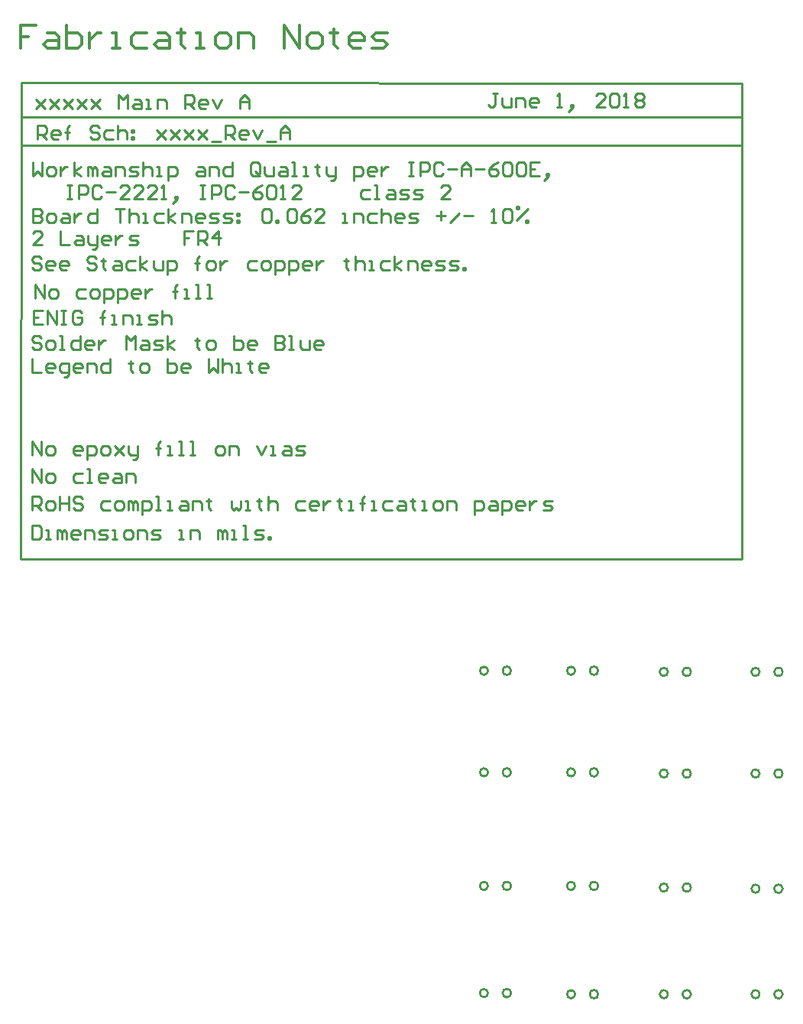
<source format=gm1>
G04*
G04 #@! TF.GenerationSoftware,Altium Limited,Altium Designer,21.5.1 (32)*
G04*
G04 Layer_Color=16711935*
%FSLAX25Y25*%
%MOIN*%
G70*
G04*
G04 #@! TF.SameCoordinates,804D03E9-ECC6-49F7-9CEA-4D12CAEBA4D3*
G04*
G04*
G04 #@! TF.FilePolarity,Positive*
G04*
G01*
G75*
%ADD10C,0.00984*%
%ADD18C,0.01000*%
%ADD19C,0.01200*%
D10*
X5398Y424473D02*
X319098D01*
X5298Y439324D02*
X319598Y439184D01*
X4911Y231724D02*
X319598D01*
X4911D02*
X5298Y439324D01*
X319598Y231724D02*
Y439184D01*
X5498Y412124D02*
X319498D01*
D18*
X327449Y42000D02*
G03*
X327449Y42000I-1772J0D01*
G01*
X337521D02*
G03*
X337521Y42000I-1844J0D01*
G01*
X208949Y183000D02*
G03*
X208949Y183000I-1772J0D01*
G01*
X219021D02*
G03*
X219021Y183000I-1844J0D01*
G01*
X246949D02*
G03*
X246949Y183000I-1772J0D01*
G01*
X257021D02*
G03*
X257021Y183000I-1844J0D01*
G01*
X287449Y182500D02*
G03*
X287449Y182500I-1772J0D01*
G01*
X297521D02*
G03*
X297521Y182500I-1844J0D01*
G01*
X327449D02*
G03*
X327449Y182500I-1772J0D01*
G01*
X337521D02*
G03*
X337521Y182500I-1844J0D01*
G01*
X208949Y138706D02*
G03*
X208949Y138706I-1772J0D01*
G01*
X219021D02*
G03*
X219021Y138706I-1844J0D01*
G01*
X246949D02*
G03*
X246949Y138706I-1772J0D01*
G01*
X257021D02*
G03*
X257021Y138706I-1844J0D01*
G01*
X287449Y138206D02*
G03*
X287449Y138206I-1772J0D01*
G01*
X297521D02*
G03*
X297521Y138206I-1844J0D01*
G01*
X327449D02*
G03*
X327449Y138206I-1772J0D01*
G01*
X337521D02*
G03*
X337521Y138206I-1844J0D01*
G01*
X208949Y89205D02*
G03*
X208949Y89205I-1772J0D01*
G01*
X219021D02*
G03*
X219021Y89205I-1844J0D01*
G01*
X246949D02*
G03*
X246949Y89205I-1772J0D01*
G01*
X257021D02*
G03*
X257021Y89205I-1844J0D01*
G01*
X287449Y88500D02*
G03*
X287449Y88500I-1772J0D01*
G01*
X297521D02*
G03*
X297521Y88500I-1844J0D01*
G01*
X327449Y88000D02*
G03*
X327449Y88000I-1772J0D01*
G01*
X337521D02*
G03*
X337521Y88000I-1844J0D01*
G01*
X208949Y42500D02*
G03*
X208949Y42500I-1772J0D01*
G01*
X219021D02*
G03*
X219021Y42500I-1844J0D01*
G01*
X246949Y42000D02*
G03*
X246949Y42000I-1772J0D01*
G01*
X257021D02*
G03*
X257021Y42000I-1844J0D01*
G01*
X287449D02*
G03*
X287449Y42000I-1772J0D01*
G01*
X297521D02*
G03*
X297521Y42000I-1844J0D01*
G01*
X11298Y345424D02*
Y351422D01*
X15296Y345424D01*
Y351422D01*
X18295Y345424D02*
X20295D01*
X21294Y346424D01*
Y348423D01*
X20295Y349423D01*
X18295D01*
X17296Y348423D01*
Y346424D01*
X18295Y345424D01*
X33290Y349423D02*
X30292D01*
X29292Y348423D01*
Y346424D01*
X30292Y345424D01*
X33290D01*
X36290D02*
X38289D01*
X39288Y346424D01*
Y348423D01*
X38289Y349423D01*
X36290D01*
X35290Y348423D01*
Y346424D01*
X36290Y345424D01*
X41288Y343425D02*
Y349423D01*
X44287D01*
X45287Y348423D01*
Y346424D01*
X44287Y345424D01*
X41288D01*
X47286Y343425D02*
Y349423D01*
X50285D01*
X51285Y348423D01*
Y346424D01*
X50285Y345424D01*
X47286D01*
X56283D02*
X54284D01*
X53284Y346424D01*
Y348423D01*
X54284Y349423D01*
X56283D01*
X57283Y348423D01*
Y347424D01*
X53284D01*
X59282Y349423D02*
Y345424D01*
Y347424D01*
X60282Y348423D01*
X61281Y349423D01*
X62281D01*
X72278Y345424D02*
Y350423D01*
Y348423D01*
X71278D01*
X73277D01*
X72278D01*
Y350423D01*
X73277Y351422D01*
X76277Y345424D02*
X78276D01*
X77276D01*
Y349423D01*
X76277D01*
X81275Y345424D02*
X83274D01*
X82275D01*
Y351422D01*
X81275D01*
X86273Y345424D02*
X88273D01*
X87273D01*
Y351422D01*
X86273D01*
X12408Y414853D02*
Y420851D01*
X15407D01*
X16407Y419851D01*
Y417852D01*
X15407Y416852D01*
X12408D01*
X14407D02*
X16407Y414853D01*
X21405D02*
X19406D01*
X18406Y415852D01*
Y417852D01*
X19406Y418851D01*
X21405D01*
X22405Y417852D01*
Y416852D01*
X18406D01*
X25404Y414853D02*
Y419851D01*
Y417852D01*
X24404D01*
X26403D01*
X25404D01*
Y419851D01*
X26403Y420851D01*
X39399Y419851D02*
X38399Y420851D01*
X36400D01*
X35400Y419851D01*
Y418851D01*
X36400Y417852D01*
X38399D01*
X39399Y416852D01*
Y415852D01*
X38399Y414853D01*
X36400D01*
X35400Y415852D01*
X45397Y418851D02*
X42398D01*
X41399Y417852D01*
Y415852D01*
X42398Y414853D01*
X45397D01*
X47396Y420851D02*
Y414853D01*
Y417852D01*
X48396Y418851D01*
X50396D01*
X51395Y417852D01*
Y414853D01*
X53395Y418851D02*
X54394D01*
Y417852D01*
X53395D01*
Y418851D01*
Y415852D02*
X54394D01*
Y414853D01*
X53395D01*
Y415852D01*
X64391Y418851D02*
X68390Y414853D01*
X66390Y416852D01*
X68390Y418851D01*
X64391Y414853D01*
X70389Y418851D02*
X74388Y414853D01*
X72388Y416852D01*
X74388Y418851D01*
X70389Y414853D01*
X76387Y418851D02*
X80386Y414853D01*
X78386Y416852D01*
X80386Y418851D01*
X76387Y414853D01*
X82385Y418851D02*
X86384Y414853D01*
X84385Y416852D01*
X86384Y418851D01*
X82385Y414853D01*
X88383Y413853D02*
X92382D01*
X94381Y414853D02*
Y420851D01*
X97380D01*
X98380Y419851D01*
Y417852D01*
X97380Y416852D01*
X94381D01*
X96381D02*
X98380Y414853D01*
X103378D02*
X101379D01*
X100379Y415852D01*
Y417852D01*
X101379Y418851D01*
X103378D01*
X104378Y417852D01*
Y416852D01*
X100379D01*
X106377Y418851D02*
X108377Y414853D01*
X110376Y418851D01*
X112375Y413853D02*
X116374D01*
X118374Y414853D02*
Y418851D01*
X120373Y420851D01*
X122372Y418851D01*
Y414853D01*
Y417852D01*
X118374D01*
X14496Y368824D02*
X10498D01*
X14496Y372823D01*
Y373823D01*
X13497Y374822D01*
X11497D01*
X10498Y373823D01*
X22494Y374822D02*
Y368824D01*
X26492D01*
X29491Y372823D02*
X31491D01*
X32491Y371823D01*
Y368824D01*
X29491D01*
X28492Y369824D01*
X29491Y370824D01*
X32491D01*
X34490Y372823D02*
Y369824D01*
X35489Y368824D01*
X38489D01*
Y367825D01*
X37489Y366825D01*
X36489D01*
X38489Y368824D02*
Y372823D01*
X43487Y368824D02*
X41488D01*
X40488Y369824D01*
Y371823D01*
X41488Y372823D01*
X43487D01*
X44487Y371823D01*
Y370824D01*
X40488D01*
X46486Y372823D02*
Y368824D01*
Y370824D01*
X47486Y371823D01*
X48485Y372823D01*
X49485D01*
X52484Y368824D02*
X55483D01*
X56483Y369824D01*
X55483Y370824D01*
X53484D01*
X52484Y371823D01*
X53484Y372823D01*
X56483D01*
X80475Y374822D02*
X76476D01*
Y371823D01*
X78476D01*
X76476D01*
Y368824D01*
X82474D02*
Y374822D01*
X85473D01*
X86473Y373823D01*
Y371823D01*
X85473Y370824D01*
X82474D01*
X84474D02*
X86473Y368824D01*
X91471D02*
Y374822D01*
X88472Y371823D01*
X92471D01*
X25398Y394722D02*
X27397D01*
X26397D01*
Y388724D01*
X25398D01*
X27397D01*
X30396D02*
Y394722D01*
X33395D01*
X34395Y393723D01*
Y391723D01*
X33395Y390724D01*
X30396D01*
X40393Y393723D02*
X39393Y394722D01*
X37394D01*
X36394Y393723D01*
Y389724D01*
X37394Y388724D01*
X39393D01*
X40393Y389724D01*
X42392Y391723D02*
X46391D01*
X52389Y388724D02*
X48390D01*
X52389Y392723D01*
Y393723D01*
X51389Y394722D01*
X49390D01*
X48390Y393723D01*
X58387Y388724D02*
X54388D01*
X58387Y392723D01*
Y393723D01*
X57387Y394722D01*
X55388D01*
X54388Y393723D01*
X64385Y388724D02*
X60386D01*
X64385Y392723D01*
Y393723D01*
X63385Y394722D01*
X61386D01*
X60386Y393723D01*
X66384Y388724D02*
X68384D01*
X67384D01*
Y394722D01*
X66384Y393723D01*
X72382Y387725D02*
X73382Y388724D01*
Y389724D01*
X72382D01*
Y388724D01*
X73382D01*
X72382Y387725D01*
X71383Y386725D01*
X83379Y394722D02*
X85378D01*
X84378D01*
Y388724D01*
X83379D01*
X85378D01*
X88377D02*
Y394722D01*
X91376D01*
X92376Y393723D01*
Y391723D01*
X91376Y390724D01*
X88377D01*
X98374Y393723D02*
X97374Y394722D01*
X95375D01*
X94375Y393723D01*
Y389724D01*
X95375Y388724D01*
X97374D01*
X98374Y389724D01*
X100373Y391723D02*
X104372D01*
X110370Y394722D02*
X108371Y393723D01*
X106371Y391723D01*
Y389724D01*
X107371Y388724D01*
X109370D01*
X110370Y389724D01*
Y390724D01*
X109370Y391723D01*
X106371D01*
X112370Y393723D02*
X113369Y394722D01*
X115368D01*
X116368Y393723D01*
Y389724D01*
X115368Y388724D01*
X113369D01*
X112370Y389724D01*
Y393723D01*
X118368Y388724D02*
X120367D01*
X119367D01*
Y394722D01*
X118368Y393723D01*
X127365Y388724D02*
X123366D01*
X127365Y392723D01*
Y393723D01*
X126365Y394722D01*
X124366D01*
X123366Y393723D01*
X157355Y392723D02*
X154356D01*
X153356Y391723D01*
Y389724D01*
X154356Y388724D01*
X157355D01*
X159354D02*
X161354D01*
X160354D01*
Y394722D01*
X159354D01*
X165352Y392723D02*
X167352D01*
X168351Y391723D01*
Y388724D01*
X165352D01*
X164353Y389724D01*
X165352Y390724D01*
X168351D01*
X170351Y388724D02*
X173350D01*
X174349Y389724D01*
X173350Y390724D01*
X171350D01*
X170351Y391723D01*
X171350Y392723D01*
X174349D01*
X176349Y388724D02*
X179348D01*
X180348Y389724D01*
X179348Y390724D01*
X177348D01*
X176349Y391723D01*
X177348Y392723D01*
X180348D01*
X192344Y388724D02*
X188345D01*
X192344Y392723D01*
Y393723D01*
X191344Y394722D01*
X189345D01*
X188345Y393723D01*
X14796Y340122D02*
X10798D01*
Y334124D01*
X14796D01*
X10798Y337123D02*
X12797D01*
X16796Y334124D02*
Y340122D01*
X20794Y334124D01*
Y340122D01*
X22794D02*
X24793D01*
X23793D01*
Y334124D01*
X22794D01*
X24793D01*
X31791Y339123D02*
X30791Y340122D01*
X28792D01*
X27792Y339123D01*
Y335124D01*
X28792Y334124D01*
X30791D01*
X31791Y335124D01*
Y337123D01*
X29791D01*
X40788Y334124D02*
Y339123D01*
Y337123D01*
X39788D01*
X41788D01*
X40788D01*
Y339123D01*
X41788Y340122D01*
X44787Y334124D02*
X46786D01*
X45786D01*
Y338123D01*
X44787D01*
X49785Y334124D02*
Y338123D01*
X52784D01*
X53784Y337123D01*
Y334124D01*
X55783D02*
X57782D01*
X56783D01*
Y338123D01*
X55783D01*
X60781Y334124D02*
X63780D01*
X64780Y335124D01*
X63780Y336124D01*
X61781D01*
X60781Y337123D01*
X61781Y338123D01*
X64780D01*
X66780Y340122D02*
Y334124D01*
Y337123D01*
X67779Y338123D01*
X69779D01*
X70778Y337123D01*
Y334124D01*
X10198Y265024D02*
Y271022D01*
X14196Y265024D01*
Y271022D01*
X17195Y265024D02*
X19195D01*
X20194Y266024D01*
Y268023D01*
X19195Y269023D01*
X17195D01*
X16196Y268023D01*
Y266024D01*
X17195Y265024D01*
X32190Y269023D02*
X29191D01*
X28192Y268023D01*
Y266024D01*
X29191Y265024D01*
X32190D01*
X34190D02*
X36189D01*
X35190D01*
Y271022D01*
X34190D01*
X42187Y265024D02*
X40188D01*
X39188Y266024D01*
Y268023D01*
X40188Y269023D01*
X42187D01*
X43187Y268023D01*
Y267024D01*
X39188D01*
X46186Y269023D02*
X48185D01*
X49185Y268023D01*
Y265024D01*
X46186D01*
X45186Y266024D01*
X46186Y267024D01*
X49185D01*
X51184Y265024D02*
Y269023D01*
X54183D01*
X55183Y268023D01*
Y265024D01*
X14196Y362823D02*
X13197Y363822D01*
X11197D01*
X10198Y362823D01*
Y361823D01*
X11197Y360823D01*
X13197D01*
X14196Y359824D01*
Y358824D01*
X13197Y357824D01*
X11197D01*
X10198Y358824D01*
X19195Y357824D02*
X17195D01*
X16196Y358824D01*
Y360823D01*
X17195Y361823D01*
X19195D01*
X20194Y360823D01*
Y359824D01*
X16196D01*
X25193Y357824D02*
X23193D01*
X22194Y358824D01*
Y360823D01*
X23193Y361823D01*
X25193D01*
X26192Y360823D01*
Y359824D01*
X22194D01*
X38188Y362823D02*
X37189Y363822D01*
X35190D01*
X34190Y362823D01*
Y361823D01*
X35190Y360823D01*
X37189D01*
X38188Y359824D01*
Y358824D01*
X37189Y357824D01*
X35190D01*
X34190Y358824D01*
X41188Y362823D02*
Y361823D01*
X40188D01*
X42187D01*
X41188D01*
Y358824D01*
X42187Y357824D01*
X46186Y361823D02*
X48185D01*
X49185Y360823D01*
Y357824D01*
X46186D01*
X45186Y358824D01*
X46186Y359824D01*
X49185D01*
X55183Y361823D02*
X52184D01*
X51184Y360823D01*
Y358824D01*
X52184Y357824D01*
X55183D01*
X57182D02*
Y363822D01*
Y359824D02*
X60181Y361823D01*
X57182Y359824D02*
X60181Y357824D01*
X63181Y361823D02*
Y358824D01*
X64180Y357824D01*
X67179D01*
Y361823D01*
X69178Y355825D02*
Y361823D01*
X72177D01*
X73177Y360823D01*
Y358824D01*
X72177Y357824D01*
X69178D01*
X82174D02*
Y362823D01*
Y360823D01*
X81175D01*
X83174D01*
X82174D01*
Y362823D01*
X83174Y363822D01*
X87173Y357824D02*
X89172D01*
X90172Y358824D01*
Y360823D01*
X89172Y361823D01*
X87173D01*
X86173Y360823D01*
Y358824D01*
X87173Y357824D01*
X92171Y361823D02*
Y357824D01*
Y359824D01*
X93171Y360823D01*
X94170Y361823D01*
X95170D01*
X108166D02*
X105167D01*
X104167Y360823D01*
Y358824D01*
X105167Y357824D01*
X108166D01*
X111165D02*
X113164D01*
X114164Y358824D01*
Y360823D01*
X113164Y361823D01*
X111165D01*
X110165Y360823D01*
Y358824D01*
X111165Y357824D01*
X116163Y355825D02*
Y361823D01*
X119162D01*
X120162Y360823D01*
Y358824D01*
X119162Y357824D01*
X116163D01*
X122161Y355825D02*
Y361823D01*
X125160D01*
X126160Y360823D01*
Y358824D01*
X125160Y357824D01*
X122161D01*
X131158D02*
X129159D01*
X128159Y358824D01*
Y360823D01*
X129159Y361823D01*
X131158D01*
X132158Y360823D01*
Y359824D01*
X128159D01*
X134158Y361823D02*
Y357824D01*
Y359824D01*
X135157Y360823D01*
X136157Y361823D01*
X137156D01*
X147153Y362823D02*
Y361823D01*
X146154D01*
X148153D01*
X147153D01*
Y358824D01*
X148153Y357824D01*
X151152Y363822D02*
Y357824D01*
Y360823D01*
X152152Y361823D01*
X154151D01*
X155151Y360823D01*
Y357824D01*
X157150D02*
X159149D01*
X158150D01*
Y361823D01*
X157150D01*
X166147D02*
X163148D01*
X162148Y360823D01*
Y358824D01*
X163148Y357824D01*
X166147D01*
X168147D02*
Y363822D01*
Y359824D02*
X171145Y361823D01*
X168147Y359824D02*
X171145Y357824D01*
X174145D02*
Y361823D01*
X177144D01*
X178143Y360823D01*
Y357824D01*
X183142D02*
X181142D01*
X180143Y358824D01*
Y360823D01*
X181142Y361823D01*
X183142D01*
X184141Y360823D01*
Y359824D01*
X180143D01*
X186141Y357824D02*
X189140D01*
X190139Y358824D01*
X189140Y359824D01*
X187140D01*
X186141Y360823D01*
X187140Y361823D01*
X190139D01*
X192139Y357824D02*
X195138D01*
X196137Y358824D01*
X195138Y359824D01*
X193138D01*
X192139Y360823D01*
X193138Y361823D01*
X196137D01*
X198137Y357824D02*
Y358824D01*
X199136D01*
Y357824D01*
X198137D01*
X10398Y404722D02*
Y398724D01*
X12397Y400724D01*
X14396Y398724D01*
Y404722D01*
X17395Y398724D02*
X19395D01*
X20394Y399724D01*
Y401723D01*
X19395Y402723D01*
X17395D01*
X16396Y401723D01*
Y399724D01*
X17395Y398724D01*
X22394Y402723D02*
Y398724D01*
Y400724D01*
X23393Y401723D01*
X24393Y402723D01*
X25393D01*
X28392Y398724D02*
Y404722D01*
Y400724D02*
X31391Y402723D01*
X28392Y400724D02*
X31391Y398724D01*
X34390D02*
Y402723D01*
X35390D01*
X36389Y401723D01*
Y398724D01*
Y401723D01*
X37389Y402723D01*
X38388Y401723D01*
Y398724D01*
X41388Y402723D02*
X43387D01*
X44387Y401723D01*
Y398724D01*
X41388D01*
X40388Y399724D01*
X41388Y400724D01*
X44387D01*
X46386Y398724D02*
Y402723D01*
X49385D01*
X50385Y401723D01*
Y398724D01*
X52384D02*
X55383D01*
X56383Y399724D01*
X55383Y400724D01*
X53384D01*
X52384Y401723D01*
X53384Y402723D01*
X56383D01*
X58382Y404722D02*
Y398724D01*
Y401723D01*
X59382Y402723D01*
X61381D01*
X62381Y401723D01*
Y398724D01*
X64380D02*
X66379D01*
X65380D01*
Y402723D01*
X64380D01*
X69379Y396725D02*
Y402723D01*
X72378D01*
X73377Y401723D01*
Y399724D01*
X72378Y398724D01*
X69379D01*
X82374Y402723D02*
X84374D01*
X85373Y401723D01*
Y398724D01*
X82374D01*
X81375Y399724D01*
X82374Y400724D01*
X85373D01*
X87373Y398724D02*
Y402723D01*
X90372D01*
X91371Y401723D01*
Y398724D01*
X97369Y404722D02*
Y398724D01*
X94370D01*
X93371Y399724D01*
Y401723D01*
X94370Y402723D01*
X97369D01*
X109366Y399724D02*
Y403723D01*
X108366Y404722D01*
X106367D01*
X105367Y403723D01*
Y399724D01*
X106367Y398724D01*
X108366D01*
X107366Y400724D02*
X109366Y398724D01*
X108366D02*
X109366Y399724D01*
X111365Y402723D02*
Y399724D01*
X112365Y398724D01*
X115364D01*
Y402723D01*
X118363D02*
X120362D01*
X121362Y401723D01*
Y398724D01*
X118363D01*
X117363Y399724D01*
X118363Y400724D01*
X121362D01*
X123361Y398724D02*
X125360D01*
X124361D01*
Y404722D01*
X123361D01*
X128359Y398724D02*
X130359D01*
X129359D01*
Y402723D01*
X128359D01*
X134358Y403723D02*
Y402723D01*
X133358D01*
X135357D01*
X134358D01*
Y399724D01*
X135357Y398724D01*
X138356Y402723D02*
Y399724D01*
X139356Y398724D01*
X142355D01*
Y397725D01*
X141355Y396725D01*
X140356D01*
X142355Y398724D02*
Y402723D01*
X150352Y396725D02*
Y402723D01*
X153351D01*
X154351Y401723D01*
Y399724D01*
X153351Y398724D01*
X150352D01*
X159349D02*
X157350D01*
X156350Y399724D01*
Y401723D01*
X157350Y402723D01*
X159349D01*
X160349Y401723D01*
Y400724D01*
X156350D01*
X162348Y402723D02*
Y398724D01*
Y400724D01*
X163348Y401723D01*
X164348Y402723D01*
X165348D01*
X174345Y404722D02*
X176344D01*
X175344D01*
Y398724D01*
X174345D01*
X176344D01*
X179343D02*
Y404722D01*
X182342D01*
X183342Y403723D01*
Y401723D01*
X182342Y400724D01*
X179343D01*
X189340Y403723D02*
X188340Y404722D01*
X186341D01*
X185341Y403723D01*
Y399724D01*
X186341Y398724D01*
X188340D01*
X189340Y399724D01*
X191339Y401723D02*
X195338D01*
X197337Y398724D02*
Y402723D01*
X199337Y404722D01*
X201336Y402723D01*
Y398724D01*
Y401723D01*
X197337D01*
X203335D02*
X207334D01*
X213332Y404722D02*
X211333Y403723D01*
X209333Y401723D01*
Y399724D01*
X210333Y398724D01*
X212332D01*
X213332Y399724D01*
Y400724D01*
X212332Y401723D01*
X209333D01*
X215331Y403723D02*
X216331Y404722D01*
X218330D01*
X219330Y403723D01*
Y399724D01*
X218330Y398724D01*
X216331D01*
X215331Y399724D01*
Y403723D01*
X221329D02*
X222329Y404722D01*
X224328D01*
X225328Y403723D01*
Y399724D01*
X224328Y398724D01*
X222329D01*
X221329Y399724D01*
Y403723D01*
X231326Y404722D02*
X227327D01*
Y398724D01*
X231326D01*
X227327Y401723D02*
X229327D01*
X234325Y397725D02*
X235325Y398724D01*
Y399724D01*
X234325D01*
Y398724D01*
X235325D01*
X234325Y397725D01*
X233326Y396725D01*
X10198Y253024D02*
Y259022D01*
X13197D01*
X14196Y258023D01*
Y256023D01*
X13197Y255024D01*
X10198D01*
X12197D02*
X14196Y253024D01*
X17195D02*
X19195D01*
X20194Y254024D01*
Y256023D01*
X19195Y257023D01*
X17195D01*
X16196Y256023D01*
Y254024D01*
X17195Y253024D01*
X22194Y259022D02*
Y253024D01*
Y256023D01*
X26192D01*
Y259022D01*
Y253024D01*
X32190Y258023D02*
X31191Y259022D01*
X29191D01*
X28192Y258023D01*
Y257023D01*
X29191Y256023D01*
X31191D01*
X32190Y255024D01*
Y254024D01*
X31191Y253024D01*
X29191D01*
X28192Y254024D01*
X44187Y257023D02*
X41188D01*
X40188Y256023D01*
Y254024D01*
X41188Y253024D01*
X44187D01*
X47186D02*
X49185D01*
X50185Y254024D01*
Y256023D01*
X49185Y257023D01*
X47186D01*
X46186Y256023D01*
Y254024D01*
X47186Y253024D01*
X52184D02*
Y257023D01*
X53184D01*
X54183Y256023D01*
Y253024D01*
Y256023D01*
X55183Y257023D01*
X56183Y256023D01*
Y253024D01*
X58182Y251025D02*
Y257023D01*
X61181D01*
X62181Y256023D01*
Y254024D01*
X61181Y253024D01*
X58182D01*
X64180D02*
X66180D01*
X65180D01*
Y259022D01*
X64180D01*
X69178Y253024D02*
X71178D01*
X70178D01*
Y257023D01*
X69178D01*
X75177D02*
X77176D01*
X78176Y256023D01*
Y253024D01*
X75177D01*
X74177Y254024D01*
X75177Y255024D01*
X78176D01*
X80175Y253024D02*
Y257023D01*
X83174D01*
X84174Y256023D01*
Y253024D01*
X87173Y258023D02*
Y257023D01*
X86173D01*
X88172D01*
X87173D01*
Y254024D01*
X88172Y253024D01*
X97170Y257023D02*
Y254024D01*
X98169Y253024D01*
X99169Y254024D01*
X100169Y253024D01*
X101168Y254024D01*
Y257023D01*
X103167Y253024D02*
X105167D01*
X104167D01*
Y257023D01*
X103167D01*
X109166Y258023D02*
Y257023D01*
X108166D01*
X110165D01*
X109166D01*
Y254024D01*
X110165Y253024D01*
X113164Y259022D02*
Y253024D01*
Y256023D01*
X114164Y257023D01*
X116163D01*
X117163Y256023D01*
Y253024D01*
X129159Y257023D02*
X126160D01*
X125160Y256023D01*
Y254024D01*
X126160Y253024D01*
X129159D01*
X134158D02*
X132158D01*
X131158Y254024D01*
Y256023D01*
X132158Y257023D01*
X134158D01*
X135157Y256023D01*
Y255024D01*
X131158D01*
X137156Y257023D02*
Y253024D01*
Y255024D01*
X138156Y256023D01*
X139156Y257023D01*
X140155D01*
X144154Y258023D02*
Y257023D01*
X143155D01*
X145154D01*
X144154D01*
Y254024D01*
X145154Y253024D01*
X148153D02*
X150152D01*
X149153D01*
Y257023D01*
X148153D01*
X154151Y253024D02*
Y258023D01*
Y256023D01*
X153151D01*
X155151D01*
X154151D01*
Y258023D01*
X155151Y259022D01*
X158150Y253024D02*
X160149D01*
X159149D01*
Y257023D01*
X158150D01*
X167147D02*
X164148D01*
X163148Y256023D01*
Y254024D01*
X164148Y253024D01*
X167147D01*
X170146Y257023D02*
X172145D01*
X173145Y256023D01*
Y253024D01*
X170146D01*
X169146Y254024D01*
X170146Y255024D01*
X173145D01*
X176144Y258023D02*
Y257023D01*
X175144D01*
X177144D01*
X176144D01*
Y254024D01*
X177144Y253024D01*
X180143D02*
X182142D01*
X181142D01*
Y257023D01*
X180143D01*
X186141Y253024D02*
X188140D01*
X189140Y254024D01*
Y256023D01*
X188140Y257023D01*
X186141D01*
X185141Y256023D01*
Y254024D01*
X186141Y253024D01*
X191139D02*
Y257023D01*
X194138D01*
X195138Y256023D01*
Y253024D01*
X203135Y251025D02*
Y257023D01*
X206134D01*
X207134Y256023D01*
Y254024D01*
X206134Y253024D01*
X203135D01*
X210133Y257023D02*
X212132D01*
X213132Y256023D01*
Y253024D01*
X210133D01*
X209133Y254024D01*
X210133Y255024D01*
X213132D01*
X215131Y251025D02*
Y257023D01*
X218130D01*
X219130Y256023D01*
Y254024D01*
X218130Y253024D01*
X215131D01*
X224128D02*
X222129D01*
X221129Y254024D01*
Y256023D01*
X222129Y257023D01*
X224128D01*
X225128Y256023D01*
Y255024D01*
X221129D01*
X227127Y257023D02*
Y253024D01*
Y255024D01*
X228127Y256023D01*
X229127Y257023D01*
X230126D01*
X233125Y253024D02*
X236124D01*
X237124Y254024D01*
X236124Y255024D01*
X234125D01*
X233125Y256023D01*
X234125Y257023D01*
X237124D01*
X213096Y434822D02*
X211097D01*
X212097D01*
Y429824D01*
X211097Y428824D01*
X210097D01*
X209098Y429824D01*
X215096Y432823D02*
Y429824D01*
X216095Y428824D01*
X219094D01*
Y432823D01*
X221094Y428824D02*
Y432823D01*
X224093D01*
X225092Y431823D01*
Y428824D01*
X230091D02*
X228092D01*
X227092Y429824D01*
Y431823D01*
X228092Y432823D01*
X230091D01*
X231090Y431823D01*
Y430824D01*
X227092D01*
X239088Y428824D02*
X241087D01*
X240088D01*
Y434822D01*
X239088Y433823D01*
X245086Y427825D02*
X246086Y428824D01*
Y429824D01*
X245086D01*
Y428824D01*
X246086D01*
X245086Y427825D01*
X244086Y426825D01*
X260081Y428824D02*
X256082D01*
X260081Y432823D01*
Y433823D01*
X259081Y434822D01*
X257082D01*
X256082Y433823D01*
X262081D02*
X263080Y434822D01*
X265079D01*
X266079Y433823D01*
Y429824D01*
X265079Y428824D01*
X263080D01*
X262081Y429824D01*
Y433823D01*
X268078Y428824D02*
X270078D01*
X269078D01*
Y434822D01*
X268078Y433823D01*
X273077D02*
X274077Y434822D01*
X276076D01*
X277076Y433823D01*
Y432823D01*
X276076Y431823D01*
X277076Y430824D01*
Y429824D01*
X276076Y428824D01*
X274077D01*
X273077Y429824D01*
Y430824D01*
X274077Y431823D01*
X273077Y432823D01*
Y433823D01*
X274077Y431823D02*
X276076D01*
X10198Y277024D02*
Y283022D01*
X14196Y277024D01*
Y283022D01*
X17195Y277024D02*
X19195D01*
X20194Y278024D01*
Y280023D01*
X19195Y281023D01*
X17195D01*
X16196Y280023D01*
Y278024D01*
X17195Y277024D01*
X31191D02*
X29191D01*
X28192Y278024D01*
Y280023D01*
X29191Y281023D01*
X31191D01*
X32190Y280023D01*
Y279024D01*
X28192D01*
X34190Y275025D02*
Y281023D01*
X37189D01*
X38188Y280023D01*
Y278024D01*
X37189Y277024D01*
X34190D01*
X41188D02*
X43187D01*
X44187Y278024D01*
Y280023D01*
X43187Y281023D01*
X41188D01*
X40188Y280023D01*
Y278024D01*
X41188Y277024D01*
X46186Y281023D02*
X50185Y277024D01*
X48185Y279024D01*
X50185Y281023D01*
X46186Y277024D01*
X52184Y281023D02*
Y278024D01*
X53184Y277024D01*
X56183D01*
Y276025D01*
X55183Y275025D01*
X54183D01*
X56183Y277024D02*
Y281023D01*
X65180Y277024D02*
Y282023D01*
Y280023D01*
X64180D01*
X66180D01*
X65180D01*
Y282023D01*
X66180Y283022D01*
X69178Y277024D02*
X71178D01*
X70178D01*
Y281023D01*
X69178D01*
X74177Y277024D02*
X76176D01*
X75177D01*
Y283022D01*
X74177D01*
X79175Y277024D02*
X81175D01*
X80175D01*
Y283022D01*
X79175D01*
X91171Y277024D02*
X93171D01*
X94170Y278024D01*
Y280023D01*
X93171Y281023D01*
X91171D01*
X90172Y280023D01*
Y278024D01*
X91171Y277024D01*
X96170D02*
Y281023D01*
X99169D01*
X100169Y280023D01*
Y277024D01*
X108166Y281023D02*
X110165Y277024D01*
X112165Y281023D01*
X114164Y277024D02*
X116163D01*
X115164D01*
Y281023D01*
X114164D01*
X120162D02*
X122161D01*
X123161Y280023D01*
Y277024D01*
X120162D01*
X119162Y278024D01*
X120162Y279024D01*
X123161D01*
X125160Y277024D02*
X128159D01*
X129159Y278024D01*
X128159Y279024D01*
X126160D01*
X125160Y280023D01*
X126160Y281023D01*
X129159D01*
X10198Y319022D02*
Y313024D01*
X14196D01*
X19195D02*
X17195D01*
X16196Y314024D01*
Y316023D01*
X17195Y317023D01*
X19195D01*
X20194Y316023D01*
Y315024D01*
X16196D01*
X24193Y311025D02*
X25193D01*
X26192Y312025D01*
Y317023D01*
X23193D01*
X22194Y316023D01*
Y314024D01*
X23193Y313024D01*
X26192D01*
X31191D02*
X29191D01*
X28192Y314024D01*
Y316023D01*
X29191Y317023D01*
X31191D01*
X32190Y316023D01*
Y315024D01*
X28192D01*
X34190Y313024D02*
Y317023D01*
X37189D01*
X38188Y316023D01*
Y313024D01*
X44187Y319022D02*
Y313024D01*
X41188D01*
X40188Y314024D01*
Y316023D01*
X41188Y317023D01*
X44187D01*
X53184Y318023D02*
Y317023D01*
X52184D01*
X54183D01*
X53184D01*
Y314024D01*
X54183Y313024D01*
X58182D02*
X60181D01*
X61181Y314024D01*
Y316023D01*
X60181Y317023D01*
X58182D01*
X57182Y316023D01*
Y314024D01*
X58182Y313024D01*
X69178Y319022D02*
Y313024D01*
X72177D01*
X73177Y314024D01*
Y315024D01*
Y316023D01*
X72177Y317023D01*
X69178D01*
X78176Y313024D02*
X76176D01*
X75177Y314024D01*
Y316023D01*
X76176Y317023D01*
X78176D01*
X79175Y316023D01*
Y315024D01*
X75177D01*
X87173Y319022D02*
Y313024D01*
X89172Y315024D01*
X91171Y313024D01*
Y319022D01*
X93171D02*
Y313024D01*
Y316023D01*
X94170Y317023D01*
X96170D01*
X97170Y316023D01*
Y313024D01*
X99169D02*
X101168D01*
X100169D01*
Y317023D01*
X99169D01*
X105167Y318023D02*
Y317023D01*
X104167D01*
X106167D01*
X105167D01*
Y314024D01*
X106167Y313024D01*
X112165D02*
X110165D01*
X109166Y314024D01*
Y316023D01*
X110165Y317023D01*
X112165D01*
X113164Y316023D01*
Y315024D01*
X109166D01*
X14196Y328023D02*
X13197Y329022D01*
X11197D01*
X10198Y328023D01*
Y327023D01*
X11197Y326023D01*
X13197D01*
X14196Y325024D01*
Y324024D01*
X13197Y323024D01*
X11197D01*
X10198Y324024D01*
X17195Y323024D02*
X19195D01*
X20194Y324024D01*
Y326023D01*
X19195Y327023D01*
X17195D01*
X16196Y326023D01*
Y324024D01*
X17195Y323024D01*
X22194D02*
X24193D01*
X23193D01*
Y329022D01*
X22194D01*
X31191D02*
Y323024D01*
X28192D01*
X27192Y324024D01*
Y326023D01*
X28192Y327023D01*
X31191D01*
X36189Y323024D02*
X34190D01*
X33190Y324024D01*
Y326023D01*
X34190Y327023D01*
X36189D01*
X37189Y326023D01*
Y325024D01*
X33190D01*
X39188Y327023D02*
Y323024D01*
Y325024D01*
X40188Y326023D01*
X41188Y327023D01*
X42187D01*
X51184Y323024D02*
Y329022D01*
X53184Y327023D01*
X55183Y329022D01*
Y323024D01*
X58182Y327023D02*
X60181D01*
X61181Y326023D01*
Y323024D01*
X58182D01*
X57182Y324024D01*
X58182Y325024D01*
X61181D01*
X63181Y323024D02*
X66180D01*
X67179Y324024D01*
X66180Y325024D01*
X64180D01*
X63181Y326023D01*
X64180Y327023D01*
X67179D01*
X69178Y323024D02*
Y329022D01*
Y325024D02*
X72177Y327023D01*
X69178Y325024D02*
X72177Y323024D01*
X82174Y328023D02*
Y327023D01*
X81175D01*
X83174D01*
X82174D01*
Y324024D01*
X83174Y323024D01*
X87173D02*
X89172D01*
X90172Y324024D01*
Y326023D01*
X89172Y327023D01*
X87173D01*
X86173Y326023D01*
Y324024D01*
X87173Y323024D01*
X98169Y329022D02*
Y323024D01*
X101168D01*
X102168Y324024D01*
Y325024D01*
Y326023D01*
X101168Y327023D01*
X98169D01*
X107166Y323024D02*
X105167D01*
X104167Y324024D01*
Y326023D01*
X105167Y327023D01*
X107166D01*
X108166Y326023D01*
Y325024D01*
X104167D01*
X116163Y329022D02*
Y323024D01*
X119162D01*
X120162Y324024D01*
Y325024D01*
X119162Y326023D01*
X116163D01*
X119162D01*
X120162Y327023D01*
Y328023D01*
X119162Y329022D01*
X116163D01*
X122161Y323024D02*
X124161D01*
X123161D01*
Y329022D01*
X122161D01*
X127160Y327023D02*
Y324024D01*
X128159Y323024D01*
X131158D01*
Y327023D01*
X136157Y323024D02*
X134158D01*
X133158Y324024D01*
Y326023D01*
X134158Y327023D01*
X136157D01*
X137156Y326023D01*
Y325024D01*
X133158D01*
X10398Y384222D02*
Y378224D01*
X13397D01*
X14396Y379224D01*
Y380224D01*
X13397Y381223D01*
X10398D01*
X13397D01*
X14396Y382223D01*
Y383223D01*
X13397Y384222D01*
X10398D01*
X17395Y378224D02*
X19395D01*
X20394Y379224D01*
Y381223D01*
X19395Y382223D01*
X17395D01*
X16396Y381223D01*
Y379224D01*
X17395Y378224D01*
X23393Y382223D02*
X25393D01*
X26392Y381223D01*
Y378224D01*
X23393D01*
X22394Y379224D01*
X23393Y380224D01*
X26392D01*
X28392Y382223D02*
Y378224D01*
Y380224D01*
X29392Y381223D01*
X30391Y382223D01*
X31391D01*
X38388Y384222D02*
Y378224D01*
X35390D01*
X34390Y379224D01*
Y381223D01*
X35390Y382223D01*
X38388D01*
X46386Y384222D02*
X50385D01*
X48385D01*
Y378224D01*
X52384Y384222D02*
Y378224D01*
Y381223D01*
X53384Y382223D01*
X55383D01*
X56383Y381223D01*
Y378224D01*
X58382D02*
X60381D01*
X59382D01*
Y382223D01*
X58382D01*
X67379D02*
X64380D01*
X63380Y381223D01*
Y379224D01*
X64380Y378224D01*
X67379D01*
X69379D02*
Y384222D01*
Y380224D02*
X72378Y382223D01*
X69379Y380224D02*
X72378Y378224D01*
X75377D02*
Y382223D01*
X78376D01*
X79375Y381223D01*
Y378224D01*
X84374D02*
X82374D01*
X81375Y379224D01*
Y381223D01*
X82374Y382223D01*
X84374D01*
X85373Y381223D01*
Y380224D01*
X81375D01*
X87373Y378224D02*
X90372D01*
X91371Y379224D01*
X90372Y380224D01*
X88372D01*
X87373Y381223D01*
X88372Y382223D01*
X91371D01*
X93371Y378224D02*
X96370D01*
X97369Y379224D01*
X96370Y380224D01*
X94370D01*
X93371Y381223D01*
X94370Y382223D01*
X97369D01*
X99369D02*
X100368D01*
Y381223D01*
X99369D01*
Y382223D01*
Y379224D02*
X100368D01*
Y378224D01*
X99369D01*
Y379224D01*
X110365Y383223D02*
X111365Y384222D01*
X113364D01*
X114364Y383223D01*
Y379224D01*
X113364Y378224D01*
X111365D01*
X110365Y379224D01*
Y383223D01*
X116363Y378224D02*
Y379224D01*
X117363D01*
Y378224D01*
X116363D01*
X121362Y383223D02*
X122361Y384222D01*
X124361D01*
X125360Y383223D01*
Y379224D01*
X124361Y378224D01*
X122361D01*
X121362Y379224D01*
Y383223D01*
X131359Y384222D02*
X129359Y383223D01*
X127360Y381223D01*
Y379224D01*
X128359Y378224D01*
X130359D01*
X131359Y379224D01*
Y380224D01*
X130359Y381223D01*
X127360D01*
X137356Y378224D02*
X133358D01*
X137356Y382223D01*
Y383223D01*
X136357Y384222D01*
X134358D01*
X133358Y383223D01*
X145354Y378224D02*
X147353D01*
X146354D01*
Y382223D01*
X145354D01*
X150352Y378224D02*
Y382223D01*
X153351D01*
X154351Y381223D01*
Y378224D01*
X160349Y382223D02*
X157350D01*
X156350Y381223D01*
Y379224D01*
X157350Y378224D01*
X160349D01*
X162348Y384222D02*
Y378224D01*
Y381223D01*
X163348Y382223D01*
X165348D01*
X166347Y381223D01*
Y378224D01*
X171345D02*
X169346D01*
X168347Y379224D01*
Y381223D01*
X169346Y382223D01*
X171345D01*
X172345Y381223D01*
Y380224D01*
X168347D01*
X174345Y378224D02*
X177344D01*
X178343Y379224D01*
X177344Y380224D01*
X175344D01*
X174345Y381223D01*
X175344Y382223D01*
X178343D01*
X186341Y381223D02*
X190339D01*
X188340Y383223D02*
Y379224D01*
X192339Y378224D02*
X196337Y382223D01*
X198337Y381223D02*
X202336D01*
X210333Y378224D02*
X212332D01*
X211333D01*
Y384222D01*
X210333Y383223D01*
X215331D02*
X216331Y384222D01*
X218330D01*
X219330Y383223D01*
Y379224D01*
X218330Y378224D01*
X216331D01*
X215331Y379224D01*
Y383223D01*
X221329Y379224D02*
X226328Y384222D01*
X221329D02*
Y385222D01*
X222329D01*
Y384222D01*
X221329D01*
X225328Y378224D02*
Y379224D01*
X226328D01*
Y378224D01*
X225328D01*
X11698Y432123D02*
X15696Y428124D01*
X13697Y430124D01*
X15696Y432123D01*
X11698Y428124D01*
X17696Y432123D02*
X21694Y428124D01*
X19695Y430124D01*
X21694Y432123D01*
X17696Y428124D01*
X23694Y432123D02*
X27692Y428124D01*
X25693Y430124D01*
X27692Y432123D01*
X23694Y428124D01*
X29692Y432123D02*
X33691Y428124D01*
X31691Y430124D01*
X33691Y432123D01*
X29692Y428124D01*
X35690Y432123D02*
X39689Y428124D01*
X37689Y430124D01*
X39689Y432123D01*
X35690Y428124D01*
X47686D02*
Y434122D01*
X49685Y432123D01*
X51685Y434122D01*
Y428124D01*
X54684Y432123D02*
X56683D01*
X57683Y431123D01*
Y428124D01*
X54684D01*
X53684Y429124D01*
X54684Y430124D01*
X57683D01*
X59682Y428124D02*
X61681D01*
X60682D01*
Y432123D01*
X59682D01*
X64680Y428124D02*
Y432123D01*
X67680D01*
X68679Y431123D01*
Y428124D01*
X76677D02*
Y434122D01*
X79676D01*
X80675Y433123D01*
Y431123D01*
X79676Y430124D01*
X76677D01*
X78676D02*
X80675Y428124D01*
X85674D02*
X83674D01*
X82675Y429124D01*
Y431123D01*
X83674Y432123D01*
X85674D01*
X86673Y431123D01*
Y430124D01*
X82675D01*
X88673Y432123D02*
X90672Y428124D01*
X92671Y432123D01*
X100669Y428124D02*
Y432123D01*
X102668Y434122D01*
X104667Y432123D01*
Y428124D01*
Y431123D01*
X100669D01*
X9998Y246422D02*
Y240424D01*
X12997D01*
X13996Y241424D01*
Y245423D01*
X12997Y246422D01*
X9998D01*
X15996Y240424D02*
X17995D01*
X16995D01*
Y244423D01*
X15996D01*
X20994Y240424D02*
Y244423D01*
X21994D01*
X22993Y243423D01*
Y240424D01*
Y243423D01*
X23993Y244423D01*
X24993Y243423D01*
Y240424D01*
X29991D02*
X27992D01*
X26992Y241424D01*
Y243423D01*
X27992Y244423D01*
X29991D01*
X30991Y243423D01*
Y242424D01*
X26992D01*
X32990Y240424D02*
Y244423D01*
X35989D01*
X36989Y243423D01*
Y240424D01*
X38988D02*
X41987D01*
X42987Y241424D01*
X41987Y242424D01*
X39988D01*
X38988Y243423D01*
X39988Y244423D01*
X42987D01*
X44986Y240424D02*
X46986D01*
X45986D01*
Y244423D01*
X44986D01*
X50984Y240424D02*
X52984D01*
X53983Y241424D01*
Y243423D01*
X52984Y244423D01*
X50984D01*
X49985Y243423D01*
Y241424D01*
X50984Y240424D01*
X55983D02*
Y244423D01*
X58982D01*
X59981Y243423D01*
Y240424D01*
X61981D02*
X64980D01*
X65979Y241424D01*
X64980Y242424D01*
X62981D01*
X61981Y243423D01*
X62981Y244423D01*
X65979D01*
X73977Y240424D02*
X75976D01*
X74977D01*
Y244423D01*
X73977D01*
X78975Y240424D02*
Y244423D01*
X81974D01*
X82974Y243423D01*
Y240424D01*
X90971D02*
Y244423D01*
X91971D01*
X92971Y243423D01*
Y240424D01*
Y243423D01*
X93970Y244423D01*
X94970Y243423D01*
Y240424D01*
X96969D02*
X98969D01*
X97969D01*
Y244423D01*
X96969D01*
X101968Y240424D02*
X103967D01*
X102968D01*
Y246422D01*
X101968D01*
X106966Y240424D02*
X109965D01*
X110965Y241424D01*
X109965Y242424D01*
X107966D01*
X106966Y243423D01*
X107966Y244423D01*
X110965D01*
X112964Y240424D02*
Y241424D01*
X113964D01*
Y240424D01*
X112964D01*
D19*
X11665Y464297D02*
X5000D01*
Y459298D01*
X8332D01*
X5000D01*
Y454300D01*
X16663Y460964D02*
X19995D01*
X21661Y459298D01*
Y454300D01*
X16663D01*
X14997Y455966D01*
X16663Y457632D01*
X21661D01*
X24994Y464297D02*
Y454300D01*
X29992D01*
X31658Y455966D01*
Y457632D01*
Y459298D01*
X29992Y460964D01*
X24994D01*
X34990D02*
Y454300D01*
Y457632D01*
X36656Y459298D01*
X38323Y460964D01*
X39989D01*
X44987Y454300D02*
X48319D01*
X46653D01*
Y460964D01*
X44987D01*
X59982D02*
X54984D01*
X53318Y459298D01*
Y455966D01*
X54984Y454300D01*
X59982D01*
X64981Y460964D02*
X68313D01*
X69979Y459298D01*
Y454300D01*
X64981D01*
X63314Y455966D01*
X64981Y457632D01*
X69979D01*
X74977Y462631D02*
Y460964D01*
X73311D01*
X76644D01*
X74977D01*
Y455966D01*
X76644Y454300D01*
X81642D02*
X84974D01*
X83308D01*
Y460964D01*
X81642D01*
X91639Y454300D02*
X94971D01*
X96637Y455966D01*
Y459298D01*
X94971Y460964D01*
X91639D01*
X89973Y459298D01*
Y455966D01*
X91639Y454300D01*
X99969D02*
Y460964D01*
X104968D01*
X106634Y459298D01*
Y454300D01*
X119963D02*
Y464297D01*
X126627Y454300D01*
Y464297D01*
X131626Y454300D02*
X134958D01*
X136624Y455966D01*
Y459298D01*
X134958Y460964D01*
X131626D01*
X129960Y459298D01*
Y455966D01*
X131626Y454300D01*
X141622Y462631D02*
Y460964D01*
X139956D01*
X143289D01*
X141622D01*
Y455966D01*
X143289Y454300D01*
X153285D02*
X149953D01*
X148287Y455966D01*
Y459298D01*
X149953Y460964D01*
X153285D01*
X154952Y459298D01*
Y457632D01*
X148287D01*
X158284Y454300D02*
X163282D01*
X164948Y455966D01*
X163282Y457632D01*
X159950D01*
X158284Y459298D01*
X159950Y460964D01*
X164948D01*
M02*

</source>
